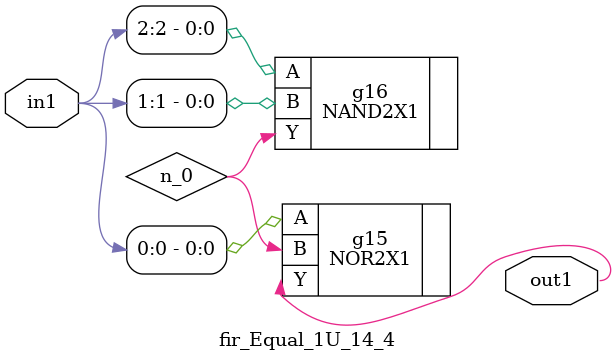
<source format=v>
`timescale 1ps / 1ps


module fir_Equal_1U_14_4(in1, out1);
  input [2:0] in1;
  output out1;
  wire [2:0] in1;
  wire out1;
  wire n_0;
  NOR2X1 g15(.A (in1[0]), .B (n_0), .Y (out1));
  NAND2X1 g16(.A (in1[2]), .B (in1[1]), .Y (n_0));
endmodule



</source>
